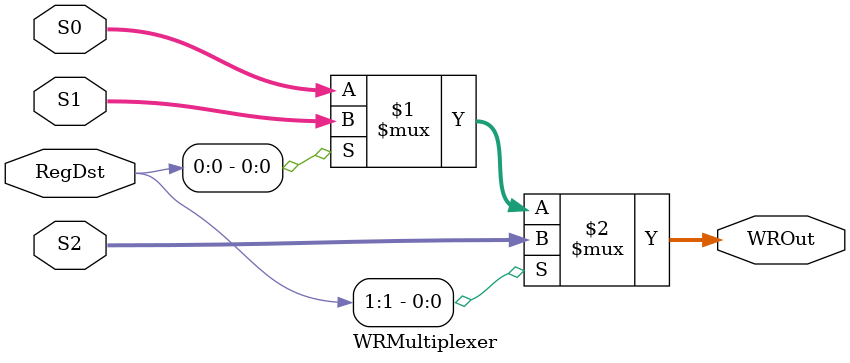
<source format=v>
`timescale 1ns / 1ps

module WRMultiplexer(
    input [1:0] RegDst,
    input [4:0] S0,
    input [4:0] S1,
    input [4:0] S2,
    output [4:0] WROut
    );

    assign WROut = RegDst[1] ? S2 : (RegDst[0] ? S1 : S0);

endmodule
</source>
